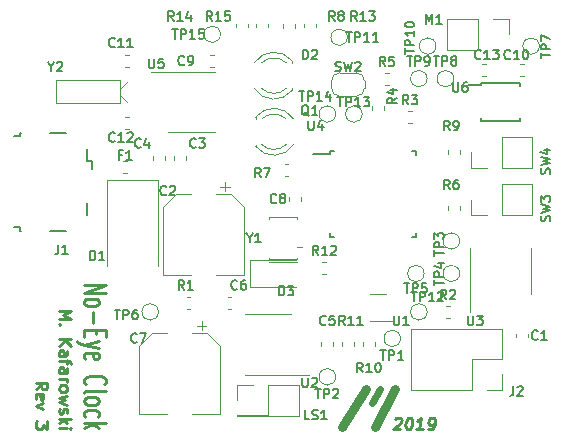
<source format=gbr>
G04 #@! TF.GenerationSoftware,KiCad,Pcbnew,(5.1.4-0-10_14)*
G04 #@! TF.CreationDate,2019-09-02T22:38:08-04:00*
G04 #@! TF.ProjectId,EFCv2,45464376-322e-46b6-9963-61645f706362,rev?*
G04 #@! TF.SameCoordinates,Original*
G04 #@! TF.FileFunction,Legend,Top*
G04 #@! TF.FilePolarity,Positive*
%FSLAX46Y46*%
G04 Gerber Fmt 4.6, Leading zero omitted, Abs format (unit mm)*
G04 Created by KiCad (PCBNEW (5.1.4-0-10_14)) date 2019-09-02 22:38:08*
%MOMM*%
%LPD*%
G04 APERTURE LIST*
%ADD10C,0.250000*%
%ADD11C,0.600000*%
%ADD12C,0.750000*%
%ADD13C,0.120000*%
%ADD14C,0.150000*%
%ADD15C,0.175000*%
G04 APERTURE END LIST*
D10*
X162722023Y-108797619D02*
X162775595Y-108750000D01*
X162876785Y-108702380D01*
X163114880Y-108702380D01*
X163204166Y-108750000D01*
X163245833Y-108797619D01*
X163281547Y-108892857D01*
X163269642Y-108988095D01*
X163204166Y-109130952D01*
X162561309Y-109702380D01*
X163180357Y-109702380D01*
X163924404Y-108702380D02*
X164019642Y-108702380D01*
X164108928Y-108750000D01*
X164150595Y-108797619D01*
X164186309Y-108892857D01*
X164210119Y-109083333D01*
X164180357Y-109321428D01*
X164108928Y-109511904D01*
X164049404Y-109607142D01*
X163995833Y-109654761D01*
X163894642Y-109702380D01*
X163799404Y-109702380D01*
X163710119Y-109654761D01*
X163668452Y-109607142D01*
X163632738Y-109511904D01*
X163608928Y-109321428D01*
X163638690Y-109083333D01*
X163710119Y-108892857D01*
X163769642Y-108797619D01*
X163823214Y-108750000D01*
X163924404Y-108702380D01*
X165085119Y-109702380D02*
X164513690Y-109702380D01*
X164799404Y-109702380D02*
X164924404Y-108702380D01*
X164811309Y-108845238D01*
X164704166Y-108940476D01*
X164602976Y-108988095D01*
X165561309Y-109702380D02*
X165751785Y-109702380D01*
X165852976Y-109654761D01*
X165906547Y-109607142D01*
X166019642Y-109464285D01*
X166091071Y-109273809D01*
X166138690Y-108892857D01*
X166102976Y-108797619D01*
X166061309Y-108750000D01*
X165972023Y-108702380D01*
X165781547Y-108702380D01*
X165680357Y-108750000D01*
X165626785Y-108797619D01*
X165567261Y-108892857D01*
X165537500Y-109130952D01*
X165573214Y-109226190D01*
X165614880Y-109273809D01*
X165704166Y-109321428D01*
X165894642Y-109321428D01*
X165995833Y-109273809D01*
X166049404Y-109226190D01*
X166108928Y-109130952D01*
X132297619Y-106313690D02*
X132773809Y-105980357D01*
X132297619Y-105742261D02*
X133297619Y-105742261D01*
X133297619Y-106123214D01*
X133250000Y-106218452D01*
X133202380Y-106266071D01*
X133107142Y-106313690D01*
X132964285Y-106313690D01*
X132869047Y-106266071D01*
X132821428Y-106218452D01*
X132773809Y-106123214D01*
X132773809Y-105742261D01*
X132345238Y-107123214D02*
X132297619Y-107027976D01*
X132297619Y-106837500D01*
X132345238Y-106742261D01*
X132440476Y-106694642D01*
X132821428Y-106694642D01*
X132916666Y-106742261D01*
X132964285Y-106837500D01*
X132964285Y-107027976D01*
X132916666Y-107123214D01*
X132821428Y-107170833D01*
X132726190Y-107170833D01*
X132630952Y-106694642D01*
X132964285Y-107504166D02*
X132297619Y-107742261D01*
X132964285Y-107980357D01*
X133297619Y-109027976D02*
X133297619Y-109647023D01*
X132916666Y-109313690D01*
X132916666Y-109456547D01*
X132869047Y-109551785D01*
X132821428Y-109599404D01*
X132726190Y-109647023D01*
X132488095Y-109647023D01*
X132392857Y-109599404D01*
X132345238Y-109551785D01*
X132297619Y-109456547D01*
X132297619Y-109170833D01*
X132345238Y-109075595D01*
X132392857Y-109027976D01*
X134297619Y-99647023D02*
X135297619Y-99647023D01*
X134583333Y-99980357D01*
X135297619Y-100313690D01*
X134297619Y-100313690D01*
X134392857Y-100789880D02*
X134345238Y-100837500D01*
X134297619Y-100789880D01*
X134345238Y-100742261D01*
X134392857Y-100789880D01*
X134297619Y-100789880D01*
X134297619Y-102027976D02*
X135297619Y-102027976D01*
X134297619Y-102599404D02*
X134869047Y-102170833D01*
X135297619Y-102599404D02*
X134726190Y-102027976D01*
X134297619Y-103456547D02*
X134821428Y-103456547D01*
X134916666Y-103408928D01*
X134964285Y-103313690D01*
X134964285Y-103123214D01*
X134916666Y-103027976D01*
X134345238Y-103456547D02*
X134297619Y-103361309D01*
X134297619Y-103123214D01*
X134345238Y-103027976D01*
X134440476Y-102980357D01*
X134535714Y-102980357D01*
X134630952Y-103027976D01*
X134678571Y-103123214D01*
X134678571Y-103361309D01*
X134726190Y-103456547D01*
X134964285Y-103789880D02*
X134964285Y-104170833D01*
X134297619Y-103932738D02*
X135154761Y-103932738D01*
X135250000Y-103980357D01*
X135297619Y-104075595D01*
X135297619Y-104170833D01*
X134297619Y-104932738D02*
X134821428Y-104932738D01*
X134916666Y-104885119D01*
X134964285Y-104789880D01*
X134964285Y-104599404D01*
X134916666Y-104504166D01*
X134345238Y-104932738D02*
X134297619Y-104837500D01*
X134297619Y-104599404D01*
X134345238Y-104504166D01*
X134440476Y-104456547D01*
X134535714Y-104456547D01*
X134630952Y-104504166D01*
X134678571Y-104599404D01*
X134678571Y-104837500D01*
X134726190Y-104932738D01*
X134297619Y-105408928D02*
X134964285Y-105408928D01*
X134773809Y-105408928D02*
X134869047Y-105456547D01*
X134916666Y-105504166D01*
X134964285Y-105599404D01*
X134964285Y-105694642D01*
X134297619Y-106170833D02*
X134345238Y-106075595D01*
X134392857Y-106027976D01*
X134488095Y-105980357D01*
X134773809Y-105980357D01*
X134869047Y-106027976D01*
X134916666Y-106075595D01*
X134964285Y-106170833D01*
X134964285Y-106313690D01*
X134916666Y-106408928D01*
X134869047Y-106456547D01*
X134773809Y-106504166D01*
X134488095Y-106504166D01*
X134392857Y-106456547D01*
X134345238Y-106408928D01*
X134297619Y-106313690D01*
X134297619Y-106170833D01*
X134964285Y-106837500D02*
X134297619Y-107027976D01*
X134773809Y-107218452D01*
X134297619Y-107408928D01*
X134964285Y-107599404D01*
X134345238Y-107932738D02*
X134297619Y-108027976D01*
X134297619Y-108218452D01*
X134345238Y-108313690D01*
X134440476Y-108361309D01*
X134488095Y-108361309D01*
X134583333Y-108313690D01*
X134630952Y-108218452D01*
X134630952Y-108075595D01*
X134678571Y-107980357D01*
X134773809Y-107932738D01*
X134821428Y-107932738D01*
X134916666Y-107980357D01*
X134964285Y-108075595D01*
X134964285Y-108218452D01*
X134916666Y-108313690D01*
X134297619Y-108789880D02*
X135297619Y-108789880D01*
X134678571Y-108885119D02*
X134297619Y-109170833D01*
X134964285Y-109170833D02*
X134583333Y-108789880D01*
X134297619Y-109599404D02*
X134964285Y-109599404D01*
X135297619Y-109599404D02*
X135250000Y-109551785D01*
X135202380Y-109599404D01*
X135250000Y-109647023D01*
X135297619Y-109599404D01*
X135202380Y-109599404D01*
X136435714Y-97437500D02*
X138235714Y-97437500D01*
X136435714Y-98123214D01*
X138235714Y-98123214D01*
X136435714Y-98866071D02*
X136521428Y-98751785D01*
X136607142Y-98694642D01*
X136778571Y-98637500D01*
X137292857Y-98637500D01*
X137464285Y-98694642D01*
X137550000Y-98751785D01*
X137635714Y-98866071D01*
X137635714Y-99037500D01*
X137550000Y-99151785D01*
X137464285Y-99208928D01*
X137292857Y-99266071D01*
X136778571Y-99266071D01*
X136607142Y-99208928D01*
X136521428Y-99151785D01*
X136435714Y-99037500D01*
X136435714Y-98866071D01*
X137121428Y-99780357D02*
X137121428Y-100694642D01*
X137378571Y-101266071D02*
X137378571Y-101666071D01*
X136435714Y-101837500D02*
X136435714Y-101266071D01*
X138235714Y-101266071D01*
X138235714Y-101837500D01*
X137635714Y-102237500D02*
X136435714Y-102523214D01*
X137635714Y-102808928D02*
X136435714Y-102523214D01*
X136007142Y-102408928D01*
X135921428Y-102351785D01*
X135835714Y-102237500D01*
X136521428Y-103723214D02*
X136435714Y-103608928D01*
X136435714Y-103380357D01*
X136521428Y-103266071D01*
X136692857Y-103208928D01*
X137378571Y-103208928D01*
X137550000Y-103266071D01*
X137635714Y-103380357D01*
X137635714Y-103608928D01*
X137550000Y-103723214D01*
X137378571Y-103780357D01*
X137207142Y-103780357D01*
X137035714Y-103208928D01*
X136607142Y-105894642D02*
X136521428Y-105837500D01*
X136435714Y-105666071D01*
X136435714Y-105551785D01*
X136521428Y-105380357D01*
X136692857Y-105266071D01*
X136864285Y-105208928D01*
X137207142Y-105151785D01*
X137464285Y-105151785D01*
X137807142Y-105208928D01*
X137978571Y-105266071D01*
X138150000Y-105380357D01*
X138235714Y-105551785D01*
X138235714Y-105666071D01*
X138150000Y-105837500D01*
X138064285Y-105894642D01*
X136435714Y-106580357D02*
X136521428Y-106466071D01*
X136692857Y-106408928D01*
X138235714Y-106408928D01*
X136435714Y-107208928D02*
X136521428Y-107094642D01*
X136607142Y-107037500D01*
X136778571Y-106980357D01*
X137292857Y-106980357D01*
X137464285Y-107037500D01*
X137550000Y-107094642D01*
X137635714Y-107208928D01*
X137635714Y-107380357D01*
X137550000Y-107494642D01*
X137464285Y-107551785D01*
X137292857Y-107608928D01*
X136778571Y-107608928D01*
X136607142Y-107551785D01*
X136521428Y-107494642D01*
X136435714Y-107380357D01*
X136435714Y-107208928D01*
X136521428Y-108637500D02*
X136435714Y-108523214D01*
X136435714Y-108294642D01*
X136521428Y-108180357D01*
X136607142Y-108123214D01*
X136778571Y-108066071D01*
X137292857Y-108066071D01*
X137464285Y-108123214D01*
X137550000Y-108180357D01*
X137635714Y-108294642D01*
X137635714Y-108523214D01*
X137550000Y-108637500D01*
X136435714Y-109151785D02*
X138235714Y-109151785D01*
X137121428Y-109266071D02*
X136435714Y-109608928D01*
X137635714Y-109608928D02*
X136950000Y-109151785D01*
D11*
X161500000Y-106250000D02*
X160750000Y-107500000D01*
D12*
X162750000Y-106250000D02*
X161000000Y-109500000D01*
X160250000Y-106250000D02*
X158250000Y-109500000D01*
D13*
X154260000Y-75700280D02*
X154260000Y-75374722D01*
X153240000Y-75700280D02*
X153240000Y-75374722D01*
X147950000Y-76250000D02*
G75*
G03X147950000Y-76250000I-700000J0D01*
G01*
X150990000Y-75337221D02*
X150990000Y-75662779D01*
X152010000Y-75337221D02*
X152010000Y-75662779D01*
X150260000Y-75662779D02*
X150260000Y-75337221D01*
X149240000Y-75662779D02*
X149240000Y-75337221D01*
X156010000Y-75662779D02*
X156010000Y-75337221D01*
X154990000Y-75662779D02*
X154990000Y-75337221D01*
X173337221Y-79760000D02*
X173662779Y-79760000D01*
X173337221Y-78740000D02*
X173662779Y-78740000D01*
D14*
X170025000Y-80550000D02*
X168950000Y-80550000D01*
X170025000Y-83625000D02*
X173275000Y-83625000D01*
X170025000Y-80375000D02*
X173275000Y-80375000D01*
X170025000Y-83625000D02*
X170025000Y-83350000D01*
X173275000Y-83625000D02*
X173275000Y-83350000D01*
X173275000Y-80375000D02*
X173275000Y-80650000D01*
X170025000Y-80375000D02*
X170025000Y-80550000D01*
D13*
X169095000Y-96275000D02*
X169095000Y-99725000D01*
X169095000Y-96275000D02*
X169095000Y-94325000D01*
X174215000Y-96275000D02*
X174215000Y-98225000D01*
X174215000Y-96275000D02*
X174215000Y-94325000D01*
X151438870Y-78670163D02*
G75*
G02X153520961Y-78670000I1041130J-1079837D01*
G01*
X151438870Y-80829837D02*
G75*
G03X153520961Y-80830000I1041130J1079837D01*
G01*
X150807665Y-78671392D02*
G75*
G02X154040000Y-78514484I1672335J-1078608D01*
G01*
X150807665Y-80828608D02*
G75*
G03X154040000Y-80985516I1672335J1078608D01*
G01*
X154040000Y-78670000D02*
X154040000Y-78514000D01*
X154040000Y-80986000D02*
X154040000Y-80830000D01*
X158700000Y-76500000D02*
G75*
G03X158700000Y-76500000I-700000J0D01*
G01*
X156587221Y-96510000D02*
X156912779Y-96510000D01*
X156587221Y-95490000D02*
X156912779Y-95490000D01*
X159260000Y-102662779D02*
X159260000Y-102337221D01*
X158240000Y-102662779D02*
X158240000Y-102337221D01*
X159990000Y-102337221D02*
X159990000Y-102662779D01*
X161010000Y-102337221D02*
X161010000Y-102662779D01*
X167240000Y-86049721D02*
X167240000Y-86375279D01*
X168260000Y-86049721D02*
X168260000Y-86375279D01*
X153700279Y-87240000D02*
X153374721Y-87240000D01*
X153700279Y-88260000D02*
X153374721Y-88260000D01*
X168260000Y-91125279D02*
X168260000Y-90799721D01*
X167240000Y-91125279D02*
X167240000Y-90799721D01*
X161874721Y-80510000D02*
X162200279Y-80510000D01*
X161874721Y-79490000D02*
X162200279Y-79490000D01*
X161760000Y-82662779D02*
X161760000Y-82337221D01*
X160740000Y-82662779D02*
X160740000Y-82337221D01*
X163837221Y-83760000D02*
X164162779Y-83760000D01*
X163837221Y-82740000D02*
X164162779Y-82740000D01*
X167049721Y-100260000D02*
X167375279Y-100260000D01*
X167049721Y-99240000D02*
X167375279Y-99240000D01*
X145412779Y-98490000D02*
X145087221Y-98490000D01*
X145412779Y-99510000D02*
X145087221Y-99510000D01*
X170124721Y-79760000D02*
X170450279Y-79760000D01*
X170124721Y-78740000D02*
X170450279Y-78740000D01*
X139874721Y-84260000D02*
X140200279Y-84260000D01*
X139874721Y-83240000D02*
X140200279Y-83240000D01*
X139874721Y-79010000D02*
X140200279Y-79010000D01*
X139874721Y-77990000D02*
X140200279Y-77990000D01*
X147087221Y-79010000D02*
X147412779Y-79010000D01*
X147087221Y-77990000D02*
X147412779Y-77990000D01*
X154760000Y-90350279D02*
X154760000Y-90024721D01*
X153740000Y-90350279D02*
X153740000Y-90024721D01*
X148875279Y-98490000D02*
X148549721Y-98490000D01*
X148875279Y-99510000D02*
X148549721Y-99510000D01*
X156490000Y-102299721D02*
X156490000Y-102625279D01*
X157510000Y-102299721D02*
X157510000Y-102625279D01*
X143260000Y-86912779D02*
X143260000Y-86587221D01*
X142240000Y-86912779D02*
X142240000Y-86587221D01*
X145010000Y-86875279D02*
X145010000Y-86549721D01*
X143990000Y-86875279D02*
X143990000Y-86549721D01*
X172990000Y-101587221D02*
X172990000Y-101912779D01*
X174010000Y-101587221D02*
X174010000Y-101912779D01*
X150465000Y-97635000D02*
X154350000Y-97635000D01*
X150465000Y-95365000D02*
X150465000Y-97635000D01*
X154350000Y-95365000D02*
X150465000Y-95365000D01*
X140050000Y-81950000D02*
X140050000Y-81950000D01*
X139450000Y-81350000D02*
X140050000Y-81950000D01*
X140050000Y-80250000D02*
X140050000Y-80250000D01*
X139450000Y-80850000D02*
X140050000Y-80250000D01*
X139450000Y-82050000D02*
X139450000Y-80150000D01*
X134050000Y-82050000D02*
X139450000Y-82050000D01*
X134050000Y-80150000D02*
X134050000Y-82050000D01*
X139450000Y-80150000D02*
X134050000Y-80150000D01*
X152050000Y-91700000D02*
X152050000Y-91850000D01*
X154450000Y-91700000D02*
X154450000Y-91850000D01*
X154450000Y-94250000D02*
X154450000Y-94300000D01*
X154450000Y-95300000D02*
X154450000Y-95150000D01*
X152050000Y-95300000D02*
X152050000Y-95150000D01*
X154050000Y-95500000D02*
X154450000Y-95500000D01*
X154050000Y-95300000D02*
X154450000Y-95300000D01*
X154050000Y-91700000D02*
X154450000Y-91700000D01*
X152050000Y-95500000D02*
X154050000Y-95500000D01*
X154450000Y-94250000D02*
X154850000Y-94250000D01*
X154050000Y-95300000D02*
X152050000Y-95300000D01*
X152050000Y-91700000D02*
X154050000Y-91700000D01*
X145500000Y-79440000D02*
X142050000Y-79440000D01*
X145500000Y-79440000D02*
X147450000Y-79440000D01*
X145500000Y-84560000D02*
X143550000Y-84560000D01*
X145500000Y-84560000D02*
X147450000Y-84560000D01*
D14*
X157231000Y-86394000D02*
X155806000Y-86394000D01*
X164481000Y-86169000D02*
X164156000Y-86169000D01*
X164481000Y-93419000D02*
X164156000Y-93419000D01*
X157231000Y-93419000D02*
X157556000Y-93419000D01*
X157231000Y-86169000D02*
X157556000Y-86169000D01*
X157231000Y-93419000D02*
X157231000Y-93094000D01*
X164481000Y-93419000D02*
X164481000Y-93094000D01*
X164481000Y-86169000D02*
X164481000Y-86494000D01*
X157231000Y-86169000D02*
X157231000Y-86394000D01*
D13*
X152000000Y-105060000D02*
X155450000Y-105060000D01*
X152000000Y-105060000D02*
X150050000Y-105060000D01*
X152000000Y-99940000D02*
X153950000Y-99940000D01*
X152000000Y-99940000D02*
X150050000Y-99940000D01*
X162000000Y-98240000D02*
X160600000Y-98240000D01*
X160600000Y-100560000D02*
X162500000Y-100560000D01*
X157700000Y-83000000D02*
G75*
G03X157700000Y-83000000I-700000J0D01*
G01*
X159950000Y-83000000D02*
G75*
G03X159950000Y-83000000I-700000J0D01*
G01*
X165450000Y-99750000D02*
G75*
G03X165450000Y-99750000I-700000J0D01*
G01*
X166200000Y-77250000D02*
G75*
G03X166200000Y-77250000I-700000J0D01*
G01*
X165450000Y-80000000D02*
G75*
G03X165450000Y-80000000I-700000J0D01*
G01*
X167700000Y-80000000D02*
G75*
G03X167700000Y-80000000I-700000J0D01*
G01*
X174950000Y-77250000D02*
G75*
G03X174950000Y-77250000I-700000J0D01*
G01*
X142700000Y-99750000D02*
G75*
G03X142700000Y-99750000I-700000J0D01*
G01*
X165200000Y-96500000D02*
G75*
G03X165200000Y-96500000I-700000J0D01*
G01*
X168200000Y-96500000D02*
G75*
G03X168200000Y-96500000I-700000J0D01*
G01*
X168200000Y-93750000D02*
G75*
G03X168200000Y-93750000I-700000J0D01*
G01*
X157700000Y-105250000D02*
G75*
G03X157700000Y-105250000I-700000J0D01*
G01*
X163200000Y-102000000D02*
G75*
G03X163200000Y-102000000I-700000J0D01*
G01*
X169170000Y-87580000D02*
X169170000Y-86250000D01*
X170500000Y-87580000D02*
X169170000Y-87580000D01*
X171770000Y-87580000D02*
X171770000Y-84920000D01*
X171770000Y-84920000D02*
X174370000Y-84920000D01*
X171770000Y-87580000D02*
X174370000Y-87580000D01*
X174370000Y-87580000D02*
X174370000Y-84920000D01*
X169170000Y-91580000D02*
X169170000Y-90250000D01*
X170500000Y-91580000D02*
X169170000Y-91580000D01*
X171770000Y-91580000D02*
X171770000Y-88920000D01*
X171770000Y-88920000D02*
X174370000Y-88920000D01*
X171770000Y-91580000D02*
X174370000Y-91580000D01*
X174370000Y-91580000D02*
X174370000Y-88920000D01*
X159450000Y-81500000D02*
X158050000Y-81500000D01*
X157350000Y-80800000D02*
X157350000Y-80200000D01*
X158050000Y-79500000D02*
X159450000Y-79500000D01*
X160150000Y-80200000D02*
X160150000Y-80800000D01*
X160150000Y-80800000D02*
G75*
G02X159450000Y-81500000I-700000J0D01*
G01*
X159450000Y-79500000D02*
G75*
G02X160150000Y-80200000I0J-700000D01*
G01*
X157350000Y-80200000D02*
G75*
G02X158050000Y-79500000I700000J0D01*
G01*
X158050000Y-81500000D02*
G75*
G02X157350000Y-80800000I0J700000D01*
G01*
X172370000Y-74920000D02*
X172370000Y-76250000D01*
X171040000Y-74920000D02*
X172370000Y-74920000D01*
X169770000Y-74920000D02*
X169770000Y-77580000D01*
X169770000Y-77580000D02*
X167170000Y-77580000D01*
X169770000Y-74920000D02*
X167170000Y-74920000D01*
X167170000Y-74920000D02*
X167170000Y-77580000D01*
X149380000Y-105920000D02*
X150710000Y-105920000D01*
X149380000Y-107250000D02*
X149380000Y-105920000D01*
X151980000Y-105920000D02*
X154580000Y-105920000D01*
X151980000Y-108520000D02*
X151980000Y-105920000D01*
X149380000Y-108520000D02*
X151980000Y-108520000D01*
X154580000Y-105920000D02*
X154580000Y-108580000D01*
X149380000Y-108520000D02*
X149380000Y-108580000D01*
X149380000Y-108580000D02*
X154580000Y-108580000D01*
X171830000Y-105040000D02*
X171830000Y-106370000D01*
X171830000Y-106370000D02*
X170500000Y-106370000D01*
X171830000Y-103770000D02*
X169230000Y-103770000D01*
X169230000Y-103770000D02*
X169230000Y-106370000D01*
X169230000Y-106370000D02*
X164090000Y-106370000D01*
X164090000Y-101170000D02*
X164090000Y-106370000D01*
X171830000Y-101170000D02*
X164090000Y-101170000D01*
X171830000Y-101170000D02*
X171830000Y-103770000D01*
D14*
X136650000Y-90550000D02*
X136650000Y-91550000D01*
X136650000Y-86950000D02*
X136650000Y-85950000D01*
X137075000Y-86950000D02*
X136650000Y-86950000D01*
X137075000Y-87675000D02*
X137075000Y-86950000D01*
X133500000Y-92900000D02*
X134900000Y-92900000D01*
X130950000Y-92900000D02*
X131100000Y-92900000D01*
X130950000Y-92600000D02*
X130950000Y-92900000D01*
X130500000Y-92600000D02*
X130950000Y-92600000D01*
X130950000Y-84900000D02*
X130500000Y-84900000D01*
X130950000Y-84600000D02*
X130950000Y-84900000D01*
X131100000Y-84600000D02*
X130950000Y-84600000D01*
X134900000Y-84600000D02*
X133500000Y-84600000D01*
D13*
X140046267Y-86990000D02*
X139703733Y-86990000D01*
X140046267Y-88010000D02*
X139703733Y-88010000D01*
X153521130Y-85579837D02*
G75*
G02X151439039Y-85580000I-1041130J1079837D01*
G01*
X153521130Y-83420163D02*
G75*
G03X151439039Y-83420000I-1041130J-1079837D01*
G01*
X154152335Y-85578608D02*
G75*
G02X150920000Y-85735516I-1672335J1078608D01*
G01*
X154152335Y-83421392D02*
G75*
G03X150920000Y-83264484I-1672335J-1078608D01*
G01*
X150920000Y-85580000D02*
X150920000Y-85736000D01*
X150920000Y-83264000D02*
X150920000Y-83420000D01*
X142650000Y-88600000D02*
X142650000Y-95900000D01*
X138350000Y-88600000D02*
X138350000Y-95900000D01*
X142650000Y-88600000D02*
X138350000Y-88600000D01*
X146741250Y-100906250D02*
X145953750Y-100906250D01*
X146347500Y-100512500D02*
X146347500Y-101300000D01*
X142154437Y-101540000D02*
X141090000Y-102604437D01*
X146845563Y-101540000D02*
X147910000Y-102604437D01*
X146845563Y-101540000D02*
X145560000Y-101540000D01*
X142154437Y-101540000D02*
X143440000Y-101540000D01*
X141090000Y-102604437D02*
X141090000Y-108360000D01*
X147910000Y-102604437D02*
X147910000Y-108360000D01*
X147910000Y-108360000D02*
X145560000Y-108360000D01*
X141090000Y-108360000D02*
X143440000Y-108360000D01*
X148741250Y-89156250D02*
X147953750Y-89156250D01*
X148347500Y-88762500D02*
X148347500Y-89550000D01*
X144154437Y-89790000D02*
X143090000Y-90854437D01*
X148845563Y-89790000D02*
X149910000Y-90854437D01*
X148845563Y-89790000D02*
X147560000Y-89790000D01*
X144154437Y-89790000D02*
X145440000Y-89790000D01*
X143090000Y-90854437D02*
X143090000Y-96610000D01*
X149910000Y-90854437D02*
X149910000Y-96610000D01*
X149910000Y-96610000D02*
X147560000Y-96610000D01*
X143090000Y-96610000D02*
X145440000Y-96610000D01*
D15*
X157616666Y-75111904D02*
X157350000Y-74730952D01*
X157159523Y-75111904D02*
X157159523Y-74311904D01*
X157464285Y-74311904D01*
X157540476Y-74350000D01*
X157578571Y-74388095D01*
X157616666Y-74464285D01*
X157616666Y-74578571D01*
X157578571Y-74654761D01*
X157540476Y-74692857D01*
X157464285Y-74730952D01*
X157159523Y-74730952D01*
X158073809Y-74654761D02*
X157997619Y-74616666D01*
X157959523Y-74578571D01*
X157921428Y-74502380D01*
X157921428Y-74464285D01*
X157959523Y-74388095D01*
X157997619Y-74350000D01*
X158073809Y-74311904D01*
X158226190Y-74311904D01*
X158302380Y-74350000D01*
X158340476Y-74388095D01*
X158378571Y-74464285D01*
X158378571Y-74502380D01*
X158340476Y-74578571D01*
X158302380Y-74616666D01*
X158226190Y-74654761D01*
X158073809Y-74654761D01*
X157997619Y-74692857D01*
X157959523Y-74730952D01*
X157921428Y-74807142D01*
X157921428Y-74959523D01*
X157959523Y-75035714D01*
X157997619Y-75073809D01*
X158073809Y-75111904D01*
X158226190Y-75111904D01*
X158302380Y-75073809D01*
X158340476Y-75035714D01*
X158378571Y-74959523D01*
X158378571Y-74807142D01*
X158340476Y-74730952D01*
X158302380Y-74692857D01*
X158226190Y-74654761D01*
X143859523Y-75811904D02*
X144316666Y-75811904D01*
X144088095Y-76611904D02*
X144088095Y-75811904D01*
X144583333Y-76611904D02*
X144583333Y-75811904D01*
X144888095Y-75811904D01*
X144964285Y-75850000D01*
X145002380Y-75888095D01*
X145040476Y-75964285D01*
X145040476Y-76078571D01*
X145002380Y-76154761D01*
X144964285Y-76192857D01*
X144888095Y-76230952D01*
X144583333Y-76230952D01*
X145802380Y-76611904D02*
X145345238Y-76611904D01*
X145573809Y-76611904D02*
X145573809Y-75811904D01*
X145497619Y-75926190D01*
X145421428Y-76002380D01*
X145345238Y-76040476D01*
X146526190Y-75811904D02*
X146145238Y-75811904D01*
X146107142Y-76192857D01*
X146145238Y-76154761D01*
X146221428Y-76116666D01*
X146411904Y-76116666D01*
X146488095Y-76154761D01*
X146526190Y-76192857D01*
X146564285Y-76269047D01*
X146564285Y-76459523D01*
X146526190Y-76535714D01*
X146488095Y-76573809D01*
X146411904Y-76611904D01*
X146221428Y-76611904D01*
X146145238Y-76573809D01*
X146107142Y-76535714D01*
X147235714Y-75111904D02*
X146969047Y-74730952D01*
X146778571Y-75111904D02*
X146778571Y-74311904D01*
X147083333Y-74311904D01*
X147159523Y-74350000D01*
X147197619Y-74388095D01*
X147235714Y-74464285D01*
X147235714Y-74578571D01*
X147197619Y-74654761D01*
X147159523Y-74692857D01*
X147083333Y-74730952D01*
X146778571Y-74730952D01*
X147997619Y-75111904D02*
X147540476Y-75111904D01*
X147769047Y-75111904D02*
X147769047Y-74311904D01*
X147692857Y-74426190D01*
X147616666Y-74502380D01*
X147540476Y-74540476D01*
X148721428Y-74311904D02*
X148340476Y-74311904D01*
X148302380Y-74692857D01*
X148340476Y-74654761D01*
X148416666Y-74616666D01*
X148607142Y-74616666D01*
X148683333Y-74654761D01*
X148721428Y-74692857D01*
X148759523Y-74769047D01*
X148759523Y-74959523D01*
X148721428Y-75035714D01*
X148683333Y-75073809D01*
X148607142Y-75111904D01*
X148416666Y-75111904D01*
X148340476Y-75073809D01*
X148302380Y-75035714D01*
X143985714Y-75111904D02*
X143719047Y-74730952D01*
X143528571Y-75111904D02*
X143528571Y-74311904D01*
X143833333Y-74311904D01*
X143909523Y-74350000D01*
X143947619Y-74388095D01*
X143985714Y-74464285D01*
X143985714Y-74578571D01*
X143947619Y-74654761D01*
X143909523Y-74692857D01*
X143833333Y-74730952D01*
X143528571Y-74730952D01*
X144747619Y-75111904D02*
X144290476Y-75111904D01*
X144519047Y-75111904D02*
X144519047Y-74311904D01*
X144442857Y-74426190D01*
X144366666Y-74502380D01*
X144290476Y-74540476D01*
X145433333Y-74578571D02*
X145433333Y-75111904D01*
X145242857Y-74273809D02*
X145052380Y-74845238D01*
X145547619Y-74845238D01*
X159485714Y-75111904D02*
X159219047Y-74730952D01*
X159028571Y-75111904D02*
X159028571Y-74311904D01*
X159333333Y-74311904D01*
X159409523Y-74350000D01*
X159447619Y-74388095D01*
X159485714Y-74464285D01*
X159485714Y-74578571D01*
X159447619Y-74654761D01*
X159409523Y-74692857D01*
X159333333Y-74730952D01*
X159028571Y-74730952D01*
X160247619Y-75111904D02*
X159790476Y-75111904D01*
X160019047Y-75111904D02*
X160019047Y-74311904D01*
X159942857Y-74426190D01*
X159866666Y-74502380D01*
X159790476Y-74540476D01*
X160514285Y-74311904D02*
X161009523Y-74311904D01*
X160742857Y-74616666D01*
X160857142Y-74616666D01*
X160933333Y-74654761D01*
X160971428Y-74692857D01*
X161009523Y-74769047D01*
X161009523Y-74959523D01*
X160971428Y-75035714D01*
X160933333Y-75073809D01*
X160857142Y-75111904D01*
X160628571Y-75111904D01*
X160552380Y-75073809D01*
X160514285Y-75035714D01*
X172485714Y-78285714D02*
X172447619Y-78323809D01*
X172333333Y-78361904D01*
X172257142Y-78361904D01*
X172142857Y-78323809D01*
X172066666Y-78247619D01*
X172028571Y-78171428D01*
X171990476Y-78019047D01*
X171990476Y-77904761D01*
X172028571Y-77752380D01*
X172066666Y-77676190D01*
X172142857Y-77600000D01*
X172257142Y-77561904D01*
X172333333Y-77561904D01*
X172447619Y-77600000D01*
X172485714Y-77638095D01*
X173247619Y-78361904D02*
X172790476Y-78361904D01*
X173019047Y-78361904D02*
X173019047Y-77561904D01*
X172942857Y-77676190D01*
X172866666Y-77752380D01*
X172790476Y-77790476D01*
X173742857Y-77561904D02*
X173819047Y-77561904D01*
X173895238Y-77600000D01*
X173933333Y-77638095D01*
X173971428Y-77714285D01*
X174009523Y-77866666D01*
X174009523Y-78057142D01*
X173971428Y-78209523D01*
X173933333Y-78285714D01*
X173895238Y-78323809D01*
X173819047Y-78361904D01*
X173742857Y-78361904D01*
X173666666Y-78323809D01*
X173628571Y-78285714D01*
X173590476Y-78209523D01*
X173552380Y-78057142D01*
X173552380Y-77866666D01*
X173590476Y-77714285D01*
X173628571Y-77638095D01*
X173666666Y-77600000D01*
X173742857Y-77561904D01*
X167640476Y-80311904D02*
X167640476Y-80959523D01*
X167678571Y-81035714D01*
X167716666Y-81073809D01*
X167792857Y-81111904D01*
X167945238Y-81111904D01*
X168021428Y-81073809D01*
X168059523Y-81035714D01*
X168097619Y-80959523D01*
X168097619Y-80311904D01*
X168821428Y-80311904D02*
X168669047Y-80311904D01*
X168592857Y-80350000D01*
X168554761Y-80388095D01*
X168478571Y-80502380D01*
X168440476Y-80654761D01*
X168440476Y-80959523D01*
X168478571Y-81035714D01*
X168516666Y-81073809D01*
X168592857Y-81111904D01*
X168745238Y-81111904D01*
X168821428Y-81073809D01*
X168859523Y-81035714D01*
X168897619Y-80959523D01*
X168897619Y-80769047D01*
X168859523Y-80692857D01*
X168821428Y-80654761D01*
X168745238Y-80616666D01*
X168592857Y-80616666D01*
X168516666Y-80654761D01*
X168478571Y-80692857D01*
X168440476Y-80769047D01*
X168890476Y-100061904D02*
X168890476Y-100709523D01*
X168928571Y-100785714D01*
X168966666Y-100823809D01*
X169042857Y-100861904D01*
X169195238Y-100861904D01*
X169271428Y-100823809D01*
X169309523Y-100785714D01*
X169347619Y-100709523D01*
X169347619Y-100061904D01*
X169652380Y-100061904D02*
X170147619Y-100061904D01*
X169880952Y-100366666D01*
X169995238Y-100366666D01*
X170071428Y-100404761D01*
X170109523Y-100442857D01*
X170147619Y-100519047D01*
X170147619Y-100709523D01*
X170109523Y-100785714D01*
X170071428Y-100823809D01*
X169995238Y-100861904D01*
X169766666Y-100861904D01*
X169690476Y-100823809D01*
X169652380Y-100785714D01*
X155423809Y-83148095D02*
X155347619Y-83110000D01*
X155271428Y-83033809D01*
X155157142Y-82919523D01*
X155080952Y-82881428D01*
X155004761Y-82881428D01*
X155042857Y-83071904D02*
X154966666Y-83033809D01*
X154890476Y-82957619D01*
X154852380Y-82805238D01*
X154852380Y-82538571D01*
X154890476Y-82386190D01*
X154966666Y-82310000D01*
X155042857Y-82271904D01*
X155195238Y-82271904D01*
X155271428Y-82310000D01*
X155347619Y-82386190D01*
X155385714Y-82538571D01*
X155385714Y-82805238D01*
X155347619Y-82957619D01*
X155271428Y-83033809D01*
X155195238Y-83071904D01*
X155042857Y-83071904D01*
X156147619Y-83071904D02*
X155690476Y-83071904D01*
X155919047Y-83071904D02*
X155919047Y-82271904D01*
X155842857Y-82386190D01*
X155766666Y-82462380D01*
X155690476Y-82500476D01*
X158609523Y-76061904D02*
X159066666Y-76061904D01*
X158838095Y-76861904D02*
X158838095Y-76061904D01*
X159333333Y-76861904D02*
X159333333Y-76061904D01*
X159638095Y-76061904D01*
X159714285Y-76100000D01*
X159752380Y-76138095D01*
X159790476Y-76214285D01*
X159790476Y-76328571D01*
X159752380Y-76404761D01*
X159714285Y-76442857D01*
X159638095Y-76480952D01*
X159333333Y-76480952D01*
X160552380Y-76861904D02*
X160095238Y-76861904D01*
X160323809Y-76861904D02*
X160323809Y-76061904D01*
X160247619Y-76176190D01*
X160171428Y-76252380D01*
X160095238Y-76290476D01*
X161314285Y-76861904D02*
X160857142Y-76861904D01*
X161085714Y-76861904D02*
X161085714Y-76061904D01*
X161009523Y-76176190D01*
X160933333Y-76252380D01*
X160857142Y-76290476D01*
X156235714Y-94931904D02*
X155969047Y-94550952D01*
X155778571Y-94931904D02*
X155778571Y-94131904D01*
X156083333Y-94131904D01*
X156159523Y-94170000D01*
X156197619Y-94208095D01*
X156235714Y-94284285D01*
X156235714Y-94398571D01*
X156197619Y-94474761D01*
X156159523Y-94512857D01*
X156083333Y-94550952D01*
X155778571Y-94550952D01*
X156997619Y-94931904D02*
X156540476Y-94931904D01*
X156769047Y-94931904D02*
X156769047Y-94131904D01*
X156692857Y-94246190D01*
X156616666Y-94322380D01*
X156540476Y-94360476D01*
X157302380Y-94208095D02*
X157340476Y-94170000D01*
X157416666Y-94131904D01*
X157607142Y-94131904D01*
X157683333Y-94170000D01*
X157721428Y-94208095D01*
X157759523Y-94284285D01*
X157759523Y-94360476D01*
X157721428Y-94474761D01*
X157264285Y-94931904D01*
X157759523Y-94931904D01*
X158485714Y-100861904D02*
X158219047Y-100480952D01*
X158028571Y-100861904D02*
X158028571Y-100061904D01*
X158333333Y-100061904D01*
X158409523Y-100100000D01*
X158447619Y-100138095D01*
X158485714Y-100214285D01*
X158485714Y-100328571D01*
X158447619Y-100404761D01*
X158409523Y-100442857D01*
X158333333Y-100480952D01*
X158028571Y-100480952D01*
X159247619Y-100861904D02*
X158790476Y-100861904D01*
X159019047Y-100861904D02*
X159019047Y-100061904D01*
X158942857Y-100176190D01*
X158866666Y-100252380D01*
X158790476Y-100290476D01*
X160009523Y-100861904D02*
X159552380Y-100861904D01*
X159780952Y-100861904D02*
X159780952Y-100061904D01*
X159704761Y-100176190D01*
X159628571Y-100252380D01*
X159552380Y-100290476D01*
X159985714Y-104861904D02*
X159719047Y-104480952D01*
X159528571Y-104861904D02*
X159528571Y-104061904D01*
X159833333Y-104061904D01*
X159909523Y-104100000D01*
X159947619Y-104138095D01*
X159985714Y-104214285D01*
X159985714Y-104328571D01*
X159947619Y-104404761D01*
X159909523Y-104442857D01*
X159833333Y-104480952D01*
X159528571Y-104480952D01*
X160747619Y-104861904D02*
X160290476Y-104861904D01*
X160519047Y-104861904D02*
X160519047Y-104061904D01*
X160442857Y-104176190D01*
X160366666Y-104252380D01*
X160290476Y-104290476D01*
X161242857Y-104061904D02*
X161319047Y-104061904D01*
X161395238Y-104100000D01*
X161433333Y-104138095D01*
X161471428Y-104214285D01*
X161509523Y-104366666D01*
X161509523Y-104557142D01*
X161471428Y-104709523D01*
X161433333Y-104785714D01*
X161395238Y-104823809D01*
X161319047Y-104861904D01*
X161242857Y-104861904D01*
X161166666Y-104823809D01*
X161128571Y-104785714D01*
X161090476Y-104709523D01*
X161052380Y-104557142D01*
X161052380Y-104366666D01*
X161090476Y-104214285D01*
X161128571Y-104138095D01*
X161166666Y-104100000D01*
X161242857Y-104061904D01*
X167366666Y-84361904D02*
X167100000Y-83980952D01*
X166909523Y-84361904D02*
X166909523Y-83561904D01*
X167214285Y-83561904D01*
X167290476Y-83600000D01*
X167328571Y-83638095D01*
X167366666Y-83714285D01*
X167366666Y-83828571D01*
X167328571Y-83904761D01*
X167290476Y-83942857D01*
X167214285Y-83980952D01*
X166909523Y-83980952D01*
X167747619Y-84361904D02*
X167900000Y-84361904D01*
X167976190Y-84323809D01*
X168014285Y-84285714D01*
X168090476Y-84171428D01*
X168128571Y-84019047D01*
X168128571Y-83714285D01*
X168090476Y-83638095D01*
X168052380Y-83600000D01*
X167976190Y-83561904D01*
X167823809Y-83561904D01*
X167747619Y-83600000D01*
X167709523Y-83638095D01*
X167671428Y-83714285D01*
X167671428Y-83904761D01*
X167709523Y-83980952D01*
X167747619Y-84019047D01*
X167823809Y-84057142D01*
X167976190Y-84057142D01*
X168052380Y-84019047D01*
X168090476Y-83980952D01*
X168128571Y-83904761D01*
X151366666Y-88361904D02*
X151100000Y-87980952D01*
X150909523Y-88361904D02*
X150909523Y-87561904D01*
X151214285Y-87561904D01*
X151290476Y-87600000D01*
X151328571Y-87638095D01*
X151366666Y-87714285D01*
X151366666Y-87828571D01*
X151328571Y-87904761D01*
X151290476Y-87942857D01*
X151214285Y-87980952D01*
X150909523Y-87980952D01*
X151633333Y-87561904D02*
X152166666Y-87561904D01*
X151823809Y-88361904D01*
X167366666Y-89361904D02*
X167100000Y-88980952D01*
X166909523Y-89361904D02*
X166909523Y-88561904D01*
X167214285Y-88561904D01*
X167290476Y-88600000D01*
X167328571Y-88638095D01*
X167366666Y-88714285D01*
X167366666Y-88828571D01*
X167328571Y-88904761D01*
X167290476Y-88942857D01*
X167214285Y-88980952D01*
X166909523Y-88980952D01*
X168052380Y-88561904D02*
X167900000Y-88561904D01*
X167823809Y-88600000D01*
X167785714Y-88638095D01*
X167709523Y-88752380D01*
X167671428Y-88904761D01*
X167671428Y-89209523D01*
X167709523Y-89285714D01*
X167747619Y-89323809D01*
X167823809Y-89361904D01*
X167976190Y-89361904D01*
X168052380Y-89323809D01*
X168090476Y-89285714D01*
X168128571Y-89209523D01*
X168128571Y-89019047D01*
X168090476Y-88942857D01*
X168052380Y-88904761D01*
X167976190Y-88866666D01*
X167823809Y-88866666D01*
X167747619Y-88904761D01*
X167709523Y-88942857D01*
X167671428Y-89019047D01*
X161904166Y-78931904D02*
X161637500Y-78550952D01*
X161447023Y-78931904D02*
X161447023Y-78131904D01*
X161751785Y-78131904D01*
X161827976Y-78170000D01*
X161866071Y-78208095D01*
X161904166Y-78284285D01*
X161904166Y-78398571D01*
X161866071Y-78474761D01*
X161827976Y-78512857D01*
X161751785Y-78550952D01*
X161447023Y-78550952D01*
X162627976Y-78131904D02*
X162247023Y-78131904D01*
X162208928Y-78512857D01*
X162247023Y-78474761D01*
X162323214Y-78436666D01*
X162513690Y-78436666D01*
X162589880Y-78474761D01*
X162627976Y-78512857D01*
X162666071Y-78589047D01*
X162666071Y-78779523D01*
X162627976Y-78855714D01*
X162589880Y-78893809D01*
X162513690Y-78931904D01*
X162323214Y-78931904D01*
X162247023Y-78893809D01*
X162208928Y-78855714D01*
X162861904Y-81633333D02*
X162480952Y-81900000D01*
X162861904Y-82090476D02*
X162061904Y-82090476D01*
X162061904Y-81785714D01*
X162100000Y-81709523D01*
X162138095Y-81671428D01*
X162214285Y-81633333D01*
X162328571Y-81633333D01*
X162404761Y-81671428D01*
X162442857Y-81709523D01*
X162480952Y-81785714D01*
X162480952Y-82090476D01*
X162328571Y-80947619D02*
X162861904Y-80947619D01*
X162023809Y-81138095D02*
X162595238Y-81328571D01*
X162595238Y-80833333D01*
X163866666Y-82181904D02*
X163600000Y-81800952D01*
X163409523Y-82181904D02*
X163409523Y-81381904D01*
X163714285Y-81381904D01*
X163790476Y-81420000D01*
X163828571Y-81458095D01*
X163866666Y-81534285D01*
X163866666Y-81648571D01*
X163828571Y-81724761D01*
X163790476Y-81762857D01*
X163714285Y-81800952D01*
X163409523Y-81800952D01*
X164133333Y-81381904D02*
X164628571Y-81381904D01*
X164361904Y-81686666D01*
X164476190Y-81686666D01*
X164552380Y-81724761D01*
X164590476Y-81762857D01*
X164628571Y-81839047D01*
X164628571Y-82029523D01*
X164590476Y-82105714D01*
X164552380Y-82143809D01*
X164476190Y-82181904D01*
X164247619Y-82181904D01*
X164171428Y-82143809D01*
X164133333Y-82105714D01*
X167079166Y-98681904D02*
X166812500Y-98300952D01*
X166622023Y-98681904D02*
X166622023Y-97881904D01*
X166926785Y-97881904D01*
X167002976Y-97920000D01*
X167041071Y-97958095D01*
X167079166Y-98034285D01*
X167079166Y-98148571D01*
X167041071Y-98224761D01*
X167002976Y-98262857D01*
X166926785Y-98300952D01*
X166622023Y-98300952D01*
X167383928Y-97958095D02*
X167422023Y-97920000D01*
X167498214Y-97881904D01*
X167688690Y-97881904D01*
X167764880Y-97920000D01*
X167802976Y-97958095D01*
X167841071Y-98034285D01*
X167841071Y-98110476D01*
X167802976Y-98224761D01*
X167345833Y-98681904D01*
X167841071Y-98681904D01*
X144866666Y-97861904D02*
X144600000Y-97480952D01*
X144409523Y-97861904D02*
X144409523Y-97061904D01*
X144714285Y-97061904D01*
X144790476Y-97100000D01*
X144828571Y-97138095D01*
X144866666Y-97214285D01*
X144866666Y-97328571D01*
X144828571Y-97404761D01*
X144790476Y-97442857D01*
X144714285Y-97480952D01*
X144409523Y-97480952D01*
X145628571Y-97861904D02*
X145171428Y-97861904D01*
X145400000Y-97861904D02*
X145400000Y-97061904D01*
X145323809Y-97176190D01*
X145247619Y-97252380D01*
X145171428Y-97290476D01*
X169985714Y-78285714D02*
X169947619Y-78323809D01*
X169833333Y-78361904D01*
X169757142Y-78361904D01*
X169642857Y-78323809D01*
X169566666Y-78247619D01*
X169528571Y-78171428D01*
X169490476Y-78019047D01*
X169490476Y-77904761D01*
X169528571Y-77752380D01*
X169566666Y-77676190D01*
X169642857Y-77600000D01*
X169757142Y-77561904D01*
X169833333Y-77561904D01*
X169947619Y-77600000D01*
X169985714Y-77638095D01*
X170747619Y-78361904D02*
X170290476Y-78361904D01*
X170519047Y-78361904D02*
X170519047Y-77561904D01*
X170442857Y-77676190D01*
X170366666Y-77752380D01*
X170290476Y-77790476D01*
X171014285Y-77561904D02*
X171509523Y-77561904D01*
X171242857Y-77866666D01*
X171357142Y-77866666D01*
X171433333Y-77904761D01*
X171471428Y-77942857D01*
X171509523Y-78019047D01*
X171509523Y-78209523D01*
X171471428Y-78285714D01*
X171433333Y-78323809D01*
X171357142Y-78361904D01*
X171128571Y-78361904D01*
X171052380Y-78323809D01*
X171014285Y-78285714D01*
X138985714Y-85285714D02*
X138947619Y-85323809D01*
X138833333Y-85361904D01*
X138757142Y-85361904D01*
X138642857Y-85323809D01*
X138566666Y-85247619D01*
X138528571Y-85171428D01*
X138490476Y-85019047D01*
X138490476Y-84904761D01*
X138528571Y-84752380D01*
X138566666Y-84676190D01*
X138642857Y-84600000D01*
X138757142Y-84561904D01*
X138833333Y-84561904D01*
X138947619Y-84600000D01*
X138985714Y-84638095D01*
X139747619Y-85361904D02*
X139290476Y-85361904D01*
X139519047Y-85361904D02*
X139519047Y-84561904D01*
X139442857Y-84676190D01*
X139366666Y-84752380D01*
X139290476Y-84790476D01*
X140052380Y-84638095D02*
X140090476Y-84600000D01*
X140166666Y-84561904D01*
X140357142Y-84561904D01*
X140433333Y-84600000D01*
X140471428Y-84638095D01*
X140509523Y-84714285D01*
X140509523Y-84790476D01*
X140471428Y-84904761D01*
X140014285Y-85361904D01*
X140509523Y-85361904D01*
X138985714Y-77285714D02*
X138947619Y-77323809D01*
X138833333Y-77361904D01*
X138757142Y-77361904D01*
X138642857Y-77323809D01*
X138566666Y-77247619D01*
X138528571Y-77171428D01*
X138490476Y-77019047D01*
X138490476Y-76904761D01*
X138528571Y-76752380D01*
X138566666Y-76676190D01*
X138642857Y-76600000D01*
X138757142Y-76561904D01*
X138833333Y-76561904D01*
X138947619Y-76600000D01*
X138985714Y-76638095D01*
X139747619Y-77361904D02*
X139290476Y-77361904D01*
X139519047Y-77361904D02*
X139519047Y-76561904D01*
X139442857Y-76676190D01*
X139366666Y-76752380D01*
X139290476Y-76790476D01*
X140509523Y-77361904D02*
X140052380Y-77361904D01*
X140280952Y-77361904D02*
X140280952Y-76561904D01*
X140204761Y-76676190D01*
X140128571Y-76752380D01*
X140052380Y-76790476D01*
X144866666Y-78785714D02*
X144828571Y-78823809D01*
X144714285Y-78861904D01*
X144638095Y-78861904D01*
X144523809Y-78823809D01*
X144447619Y-78747619D01*
X144409523Y-78671428D01*
X144371428Y-78519047D01*
X144371428Y-78404761D01*
X144409523Y-78252380D01*
X144447619Y-78176190D01*
X144523809Y-78100000D01*
X144638095Y-78061904D01*
X144714285Y-78061904D01*
X144828571Y-78100000D01*
X144866666Y-78138095D01*
X145247619Y-78861904D02*
X145400000Y-78861904D01*
X145476190Y-78823809D01*
X145514285Y-78785714D01*
X145590476Y-78671428D01*
X145628571Y-78519047D01*
X145628571Y-78214285D01*
X145590476Y-78138095D01*
X145552380Y-78100000D01*
X145476190Y-78061904D01*
X145323809Y-78061904D01*
X145247619Y-78100000D01*
X145209523Y-78138095D01*
X145171428Y-78214285D01*
X145171428Y-78404761D01*
X145209523Y-78480952D01*
X145247619Y-78519047D01*
X145323809Y-78557142D01*
X145476190Y-78557142D01*
X145552380Y-78519047D01*
X145590476Y-78480952D01*
X145628571Y-78404761D01*
X152686666Y-90473214D02*
X152648571Y-90511309D01*
X152534285Y-90549404D01*
X152458095Y-90549404D01*
X152343809Y-90511309D01*
X152267619Y-90435119D01*
X152229523Y-90358928D01*
X152191428Y-90206547D01*
X152191428Y-90092261D01*
X152229523Y-89939880D01*
X152267619Y-89863690D01*
X152343809Y-89787500D01*
X152458095Y-89749404D01*
X152534285Y-89749404D01*
X152648571Y-89787500D01*
X152686666Y-89825595D01*
X153143809Y-90092261D02*
X153067619Y-90054166D01*
X153029523Y-90016071D01*
X152991428Y-89939880D01*
X152991428Y-89901785D01*
X153029523Y-89825595D01*
X153067619Y-89787500D01*
X153143809Y-89749404D01*
X153296190Y-89749404D01*
X153372380Y-89787500D01*
X153410476Y-89825595D01*
X153448571Y-89901785D01*
X153448571Y-89939880D01*
X153410476Y-90016071D01*
X153372380Y-90054166D01*
X153296190Y-90092261D01*
X153143809Y-90092261D01*
X153067619Y-90130357D01*
X153029523Y-90168452D01*
X152991428Y-90244642D01*
X152991428Y-90397023D01*
X153029523Y-90473214D01*
X153067619Y-90511309D01*
X153143809Y-90549404D01*
X153296190Y-90549404D01*
X153372380Y-90511309D01*
X153410476Y-90473214D01*
X153448571Y-90397023D01*
X153448571Y-90244642D01*
X153410476Y-90168452D01*
X153372380Y-90130357D01*
X153296190Y-90092261D01*
X149366666Y-97785714D02*
X149328571Y-97823809D01*
X149214285Y-97861904D01*
X149138095Y-97861904D01*
X149023809Y-97823809D01*
X148947619Y-97747619D01*
X148909523Y-97671428D01*
X148871428Y-97519047D01*
X148871428Y-97404761D01*
X148909523Y-97252380D01*
X148947619Y-97176190D01*
X149023809Y-97100000D01*
X149138095Y-97061904D01*
X149214285Y-97061904D01*
X149328571Y-97100000D01*
X149366666Y-97138095D01*
X150052380Y-97061904D02*
X149900000Y-97061904D01*
X149823809Y-97100000D01*
X149785714Y-97138095D01*
X149709523Y-97252380D01*
X149671428Y-97404761D01*
X149671428Y-97709523D01*
X149709523Y-97785714D01*
X149747619Y-97823809D01*
X149823809Y-97861904D01*
X149976190Y-97861904D01*
X150052380Y-97823809D01*
X150090476Y-97785714D01*
X150128571Y-97709523D01*
X150128571Y-97519047D01*
X150090476Y-97442857D01*
X150052380Y-97404761D01*
X149976190Y-97366666D01*
X149823809Y-97366666D01*
X149747619Y-97404761D01*
X149709523Y-97442857D01*
X149671428Y-97519047D01*
X156866666Y-100785714D02*
X156828571Y-100823809D01*
X156714285Y-100861904D01*
X156638095Y-100861904D01*
X156523809Y-100823809D01*
X156447619Y-100747619D01*
X156409523Y-100671428D01*
X156371428Y-100519047D01*
X156371428Y-100404761D01*
X156409523Y-100252380D01*
X156447619Y-100176190D01*
X156523809Y-100100000D01*
X156638095Y-100061904D01*
X156714285Y-100061904D01*
X156828571Y-100100000D01*
X156866666Y-100138095D01*
X157590476Y-100061904D02*
X157209523Y-100061904D01*
X157171428Y-100442857D01*
X157209523Y-100404761D01*
X157285714Y-100366666D01*
X157476190Y-100366666D01*
X157552380Y-100404761D01*
X157590476Y-100442857D01*
X157628571Y-100519047D01*
X157628571Y-100709523D01*
X157590476Y-100785714D01*
X157552380Y-100823809D01*
X157476190Y-100861904D01*
X157285714Y-100861904D01*
X157209523Y-100823809D01*
X157171428Y-100785714D01*
X141186666Y-85785714D02*
X141148571Y-85823809D01*
X141034285Y-85861904D01*
X140958095Y-85861904D01*
X140843809Y-85823809D01*
X140767619Y-85747619D01*
X140729523Y-85671428D01*
X140691428Y-85519047D01*
X140691428Y-85404761D01*
X140729523Y-85252380D01*
X140767619Y-85176190D01*
X140843809Y-85100000D01*
X140958095Y-85061904D01*
X141034285Y-85061904D01*
X141148571Y-85100000D01*
X141186666Y-85138095D01*
X141872380Y-85328571D02*
X141872380Y-85861904D01*
X141681904Y-85023809D02*
X141491428Y-85595238D01*
X141986666Y-85595238D01*
X145866666Y-85785714D02*
X145828571Y-85823809D01*
X145714285Y-85861904D01*
X145638095Y-85861904D01*
X145523809Y-85823809D01*
X145447619Y-85747619D01*
X145409523Y-85671428D01*
X145371428Y-85519047D01*
X145371428Y-85404761D01*
X145409523Y-85252380D01*
X145447619Y-85176190D01*
X145523809Y-85100000D01*
X145638095Y-85061904D01*
X145714285Y-85061904D01*
X145828571Y-85100000D01*
X145866666Y-85138095D01*
X146133333Y-85061904D02*
X146628571Y-85061904D01*
X146361904Y-85366666D01*
X146476190Y-85366666D01*
X146552380Y-85404761D01*
X146590476Y-85442857D01*
X146628571Y-85519047D01*
X146628571Y-85709523D01*
X146590476Y-85785714D01*
X146552380Y-85823809D01*
X146476190Y-85861904D01*
X146247619Y-85861904D01*
X146171428Y-85823809D01*
X146133333Y-85785714D01*
X174796666Y-102035714D02*
X174758571Y-102073809D01*
X174644285Y-102111904D01*
X174568095Y-102111904D01*
X174453809Y-102073809D01*
X174377619Y-101997619D01*
X174339523Y-101921428D01*
X174301428Y-101769047D01*
X174301428Y-101654761D01*
X174339523Y-101502380D01*
X174377619Y-101426190D01*
X174453809Y-101350000D01*
X174568095Y-101311904D01*
X174644285Y-101311904D01*
X174758571Y-101350000D01*
X174796666Y-101388095D01*
X175558571Y-102111904D02*
X175101428Y-102111904D01*
X175330000Y-102111904D02*
X175330000Y-101311904D01*
X175253809Y-101426190D01*
X175177619Y-101502380D01*
X175101428Y-101540476D01*
X152909523Y-98361904D02*
X152909523Y-97561904D01*
X153100000Y-97561904D01*
X153214285Y-97600000D01*
X153290476Y-97676190D01*
X153328571Y-97752380D01*
X153366666Y-97904761D01*
X153366666Y-98019047D01*
X153328571Y-98171428D01*
X153290476Y-98247619D01*
X153214285Y-98323809D01*
X153100000Y-98361904D01*
X152909523Y-98361904D01*
X153633333Y-97561904D02*
X154128571Y-97561904D01*
X153861904Y-97866666D01*
X153976190Y-97866666D01*
X154052380Y-97904761D01*
X154090476Y-97942857D01*
X154128571Y-98019047D01*
X154128571Y-98209523D01*
X154090476Y-98285714D01*
X154052380Y-98323809D01*
X153976190Y-98361904D01*
X153747619Y-98361904D01*
X153671428Y-98323809D01*
X153633333Y-98285714D01*
X133619047Y-78980952D02*
X133619047Y-79361904D01*
X133352380Y-78561904D02*
X133619047Y-78980952D01*
X133885714Y-78561904D01*
X134114285Y-78638095D02*
X134152380Y-78600000D01*
X134228571Y-78561904D01*
X134419047Y-78561904D01*
X134495238Y-78600000D01*
X134533333Y-78638095D01*
X134571428Y-78714285D01*
X134571428Y-78790476D01*
X134533333Y-78904761D01*
X134076190Y-79361904D01*
X134571428Y-79361904D01*
X150419047Y-93480952D02*
X150419047Y-93861904D01*
X150152380Y-93061904D02*
X150419047Y-93480952D01*
X150685714Y-93061904D01*
X151371428Y-93861904D02*
X150914285Y-93861904D01*
X151142857Y-93861904D02*
X151142857Y-93061904D01*
X151066666Y-93176190D01*
X150990476Y-93252380D01*
X150914285Y-93290476D01*
X141890476Y-78311904D02*
X141890476Y-78959523D01*
X141928571Y-79035714D01*
X141966666Y-79073809D01*
X142042857Y-79111904D01*
X142195238Y-79111904D01*
X142271428Y-79073809D01*
X142309523Y-79035714D01*
X142347619Y-78959523D01*
X142347619Y-78311904D01*
X143109523Y-78311904D02*
X142728571Y-78311904D01*
X142690476Y-78692857D01*
X142728571Y-78654761D01*
X142804761Y-78616666D01*
X142995238Y-78616666D01*
X143071428Y-78654761D01*
X143109523Y-78692857D01*
X143147619Y-78769047D01*
X143147619Y-78959523D01*
X143109523Y-79035714D01*
X143071428Y-79073809D01*
X142995238Y-79111904D01*
X142804761Y-79111904D01*
X142728571Y-79073809D01*
X142690476Y-79035714D01*
X155390476Y-83561904D02*
X155390476Y-84209523D01*
X155428571Y-84285714D01*
X155466666Y-84323809D01*
X155542857Y-84361904D01*
X155695238Y-84361904D01*
X155771428Y-84323809D01*
X155809523Y-84285714D01*
X155847619Y-84209523D01*
X155847619Y-83561904D01*
X156571428Y-83828571D02*
X156571428Y-84361904D01*
X156380952Y-83523809D02*
X156190476Y-84095238D01*
X156685714Y-84095238D01*
X154890476Y-105311904D02*
X154890476Y-105959523D01*
X154928571Y-106035714D01*
X154966666Y-106073809D01*
X155042857Y-106111904D01*
X155195238Y-106111904D01*
X155271428Y-106073809D01*
X155309523Y-106035714D01*
X155347619Y-105959523D01*
X155347619Y-105311904D01*
X155690476Y-105388095D02*
X155728571Y-105350000D01*
X155804761Y-105311904D01*
X155995238Y-105311904D01*
X156071428Y-105350000D01*
X156109523Y-105388095D01*
X156147619Y-105464285D01*
X156147619Y-105540476D01*
X156109523Y-105654761D01*
X155652380Y-106111904D01*
X156147619Y-106111904D01*
X162640476Y-100061904D02*
X162640476Y-100709523D01*
X162678571Y-100785714D01*
X162716666Y-100823809D01*
X162792857Y-100861904D01*
X162945238Y-100861904D01*
X163021428Y-100823809D01*
X163059523Y-100785714D01*
X163097619Y-100709523D01*
X163097619Y-100061904D01*
X163897619Y-100861904D02*
X163440476Y-100861904D01*
X163669047Y-100861904D02*
X163669047Y-100061904D01*
X163592857Y-100176190D01*
X163516666Y-100252380D01*
X163440476Y-100290476D01*
X154609523Y-81061904D02*
X155066666Y-81061904D01*
X154838095Y-81861904D02*
X154838095Y-81061904D01*
X155333333Y-81861904D02*
X155333333Y-81061904D01*
X155638095Y-81061904D01*
X155714285Y-81100000D01*
X155752380Y-81138095D01*
X155790476Y-81214285D01*
X155790476Y-81328571D01*
X155752380Y-81404761D01*
X155714285Y-81442857D01*
X155638095Y-81480952D01*
X155333333Y-81480952D01*
X156552380Y-81861904D02*
X156095238Y-81861904D01*
X156323809Y-81861904D02*
X156323809Y-81061904D01*
X156247619Y-81176190D01*
X156171428Y-81252380D01*
X156095238Y-81290476D01*
X157238095Y-81328571D02*
X157238095Y-81861904D01*
X157047619Y-81023809D02*
X156857142Y-81595238D01*
X157352380Y-81595238D01*
X157859523Y-81561904D02*
X158316666Y-81561904D01*
X158088095Y-82361904D02*
X158088095Y-81561904D01*
X158583333Y-82361904D02*
X158583333Y-81561904D01*
X158888095Y-81561904D01*
X158964285Y-81600000D01*
X159002380Y-81638095D01*
X159040476Y-81714285D01*
X159040476Y-81828571D01*
X159002380Y-81904761D01*
X158964285Y-81942857D01*
X158888095Y-81980952D01*
X158583333Y-81980952D01*
X159802380Y-82361904D02*
X159345238Y-82361904D01*
X159573809Y-82361904D02*
X159573809Y-81561904D01*
X159497619Y-81676190D01*
X159421428Y-81752380D01*
X159345238Y-81790476D01*
X160069047Y-81561904D02*
X160564285Y-81561904D01*
X160297619Y-81866666D01*
X160411904Y-81866666D01*
X160488095Y-81904761D01*
X160526190Y-81942857D01*
X160564285Y-82019047D01*
X160564285Y-82209523D01*
X160526190Y-82285714D01*
X160488095Y-82323809D01*
X160411904Y-82361904D01*
X160183333Y-82361904D01*
X160107142Y-82323809D01*
X160069047Y-82285714D01*
X164109523Y-98061904D02*
X164566666Y-98061904D01*
X164338095Y-98861904D02*
X164338095Y-98061904D01*
X164833333Y-98861904D02*
X164833333Y-98061904D01*
X165138095Y-98061904D01*
X165214285Y-98100000D01*
X165252380Y-98138095D01*
X165290476Y-98214285D01*
X165290476Y-98328571D01*
X165252380Y-98404761D01*
X165214285Y-98442857D01*
X165138095Y-98480952D01*
X164833333Y-98480952D01*
X166052380Y-98861904D02*
X165595238Y-98861904D01*
X165823809Y-98861904D02*
X165823809Y-98061904D01*
X165747619Y-98176190D01*
X165671428Y-98252380D01*
X165595238Y-98290476D01*
X166357142Y-98138095D02*
X166395238Y-98100000D01*
X166471428Y-98061904D01*
X166661904Y-98061904D01*
X166738095Y-98100000D01*
X166776190Y-98138095D01*
X166814285Y-98214285D01*
X166814285Y-98290476D01*
X166776190Y-98404761D01*
X166319047Y-98861904D01*
X166814285Y-98861904D01*
X163561904Y-77890476D02*
X163561904Y-77433333D01*
X164361904Y-77661904D02*
X163561904Y-77661904D01*
X164361904Y-77166666D02*
X163561904Y-77166666D01*
X163561904Y-76861904D01*
X163600000Y-76785714D01*
X163638095Y-76747619D01*
X163714285Y-76709523D01*
X163828571Y-76709523D01*
X163904761Y-76747619D01*
X163942857Y-76785714D01*
X163980952Y-76861904D01*
X163980952Y-77166666D01*
X164361904Y-75947619D02*
X164361904Y-76404761D01*
X164361904Y-76176190D02*
X163561904Y-76176190D01*
X163676190Y-76252380D01*
X163752380Y-76328571D01*
X163790476Y-76404761D01*
X163561904Y-75452380D02*
X163561904Y-75376190D01*
X163600000Y-75300000D01*
X163638095Y-75261904D01*
X163714285Y-75223809D01*
X163866666Y-75185714D01*
X164057142Y-75185714D01*
X164209523Y-75223809D01*
X164285714Y-75261904D01*
X164323809Y-75300000D01*
X164361904Y-75376190D01*
X164361904Y-75452380D01*
X164323809Y-75528571D01*
X164285714Y-75566666D01*
X164209523Y-75604761D01*
X164057142Y-75642857D01*
X163866666Y-75642857D01*
X163714285Y-75604761D01*
X163638095Y-75566666D01*
X163600000Y-75528571D01*
X163561904Y-75452380D01*
X163740476Y-78113904D02*
X164197619Y-78113904D01*
X163969047Y-78913904D02*
X163969047Y-78113904D01*
X164464285Y-78913904D02*
X164464285Y-78113904D01*
X164769047Y-78113904D01*
X164845238Y-78152000D01*
X164883333Y-78190095D01*
X164921428Y-78266285D01*
X164921428Y-78380571D01*
X164883333Y-78456761D01*
X164845238Y-78494857D01*
X164769047Y-78532952D01*
X164464285Y-78532952D01*
X165302380Y-78913904D02*
X165454761Y-78913904D01*
X165530952Y-78875809D01*
X165569047Y-78837714D01*
X165645238Y-78723428D01*
X165683333Y-78571047D01*
X165683333Y-78266285D01*
X165645238Y-78190095D01*
X165607142Y-78152000D01*
X165530952Y-78113904D01*
X165378571Y-78113904D01*
X165302380Y-78152000D01*
X165264285Y-78190095D01*
X165226190Y-78266285D01*
X165226190Y-78456761D01*
X165264285Y-78532952D01*
X165302380Y-78571047D01*
X165378571Y-78609142D01*
X165530952Y-78609142D01*
X165607142Y-78571047D01*
X165645238Y-78532952D01*
X165683333Y-78456761D01*
X165990476Y-78113904D02*
X166447619Y-78113904D01*
X166219047Y-78913904D02*
X166219047Y-78113904D01*
X166714285Y-78913904D02*
X166714285Y-78113904D01*
X167019047Y-78113904D01*
X167095238Y-78152000D01*
X167133333Y-78190095D01*
X167171428Y-78266285D01*
X167171428Y-78380571D01*
X167133333Y-78456761D01*
X167095238Y-78494857D01*
X167019047Y-78532952D01*
X166714285Y-78532952D01*
X167628571Y-78456761D02*
X167552380Y-78418666D01*
X167514285Y-78380571D01*
X167476190Y-78304380D01*
X167476190Y-78266285D01*
X167514285Y-78190095D01*
X167552380Y-78152000D01*
X167628571Y-78113904D01*
X167780952Y-78113904D01*
X167857142Y-78152000D01*
X167895238Y-78190095D01*
X167933333Y-78266285D01*
X167933333Y-78304380D01*
X167895238Y-78380571D01*
X167857142Y-78418666D01*
X167780952Y-78456761D01*
X167628571Y-78456761D01*
X167552380Y-78494857D01*
X167514285Y-78532952D01*
X167476190Y-78609142D01*
X167476190Y-78761523D01*
X167514285Y-78837714D01*
X167552380Y-78875809D01*
X167628571Y-78913904D01*
X167780952Y-78913904D01*
X167857142Y-78875809D01*
X167895238Y-78837714D01*
X167933333Y-78761523D01*
X167933333Y-78609142D01*
X167895238Y-78532952D01*
X167857142Y-78494857D01*
X167780952Y-78456761D01*
X175061904Y-78259523D02*
X175061904Y-77802380D01*
X175861904Y-78030952D02*
X175061904Y-78030952D01*
X175861904Y-77535714D02*
X175061904Y-77535714D01*
X175061904Y-77230952D01*
X175100000Y-77154761D01*
X175138095Y-77116666D01*
X175214285Y-77078571D01*
X175328571Y-77078571D01*
X175404761Y-77116666D01*
X175442857Y-77154761D01*
X175480952Y-77230952D01*
X175480952Y-77535714D01*
X175061904Y-76811904D02*
X175061904Y-76278571D01*
X175861904Y-76621428D01*
X138990476Y-99561904D02*
X139447619Y-99561904D01*
X139219047Y-100361904D02*
X139219047Y-99561904D01*
X139714285Y-100361904D02*
X139714285Y-99561904D01*
X140019047Y-99561904D01*
X140095238Y-99600000D01*
X140133333Y-99638095D01*
X140171428Y-99714285D01*
X140171428Y-99828571D01*
X140133333Y-99904761D01*
X140095238Y-99942857D01*
X140019047Y-99980952D01*
X139714285Y-99980952D01*
X140857142Y-99561904D02*
X140704761Y-99561904D01*
X140628571Y-99600000D01*
X140590476Y-99638095D01*
X140514285Y-99752380D01*
X140476190Y-99904761D01*
X140476190Y-100209523D01*
X140514285Y-100285714D01*
X140552380Y-100323809D01*
X140628571Y-100361904D01*
X140780952Y-100361904D01*
X140857142Y-100323809D01*
X140895238Y-100285714D01*
X140933333Y-100209523D01*
X140933333Y-100019047D01*
X140895238Y-99942857D01*
X140857142Y-99904761D01*
X140780952Y-99866666D01*
X140628571Y-99866666D01*
X140552380Y-99904761D01*
X140514285Y-99942857D01*
X140476190Y-100019047D01*
X163490476Y-97311904D02*
X163947619Y-97311904D01*
X163719047Y-98111904D02*
X163719047Y-97311904D01*
X164214285Y-98111904D02*
X164214285Y-97311904D01*
X164519047Y-97311904D01*
X164595238Y-97350000D01*
X164633333Y-97388095D01*
X164671428Y-97464285D01*
X164671428Y-97578571D01*
X164633333Y-97654761D01*
X164595238Y-97692857D01*
X164519047Y-97730952D01*
X164214285Y-97730952D01*
X165395238Y-97311904D02*
X165014285Y-97311904D01*
X164976190Y-97692857D01*
X165014285Y-97654761D01*
X165090476Y-97616666D01*
X165280952Y-97616666D01*
X165357142Y-97654761D01*
X165395238Y-97692857D01*
X165433333Y-97769047D01*
X165433333Y-97959523D01*
X165395238Y-98035714D01*
X165357142Y-98073809D01*
X165280952Y-98111904D01*
X165090476Y-98111904D01*
X165014285Y-98073809D01*
X164976190Y-98035714D01*
X166061904Y-97509523D02*
X166061904Y-97052380D01*
X166861904Y-97280952D02*
X166061904Y-97280952D01*
X166861904Y-96785714D02*
X166061904Y-96785714D01*
X166061904Y-96480952D01*
X166100000Y-96404761D01*
X166138095Y-96366666D01*
X166214285Y-96328571D01*
X166328571Y-96328571D01*
X166404761Y-96366666D01*
X166442857Y-96404761D01*
X166480952Y-96480952D01*
X166480952Y-96785714D01*
X166328571Y-95642857D02*
X166861904Y-95642857D01*
X166023809Y-95833333D02*
X166595238Y-96023809D01*
X166595238Y-95528571D01*
X166061904Y-95009523D02*
X166061904Y-94552380D01*
X166861904Y-94780952D02*
X166061904Y-94780952D01*
X166861904Y-94285714D02*
X166061904Y-94285714D01*
X166061904Y-93980952D01*
X166100000Y-93904761D01*
X166138095Y-93866666D01*
X166214285Y-93828571D01*
X166328571Y-93828571D01*
X166404761Y-93866666D01*
X166442857Y-93904761D01*
X166480952Y-93980952D01*
X166480952Y-94285714D01*
X166061904Y-93561904D02*
X166061904Y-93066666D01*
X166366666Y-93333333D01*
X166366666Y-93219047D01*
X166404761Y-93142857D01*
X166442857Y-93104761D01*
X166519047Y-93066666D01*
X166709523Y-93066666D01*
X166785714Y-93104761D01*
X166823809Y-93142857D01*
X166861904Y-93219047D01*
X166861904Y-93447619D01*
X166823809Y-93523809D01*
X166785714Y-93561904D01*
X155990476Y-106259904D02*
X156447619Y-106259904D01*
X156219047Y-107059904D02*
X156219047Y-106259904D01*
X156714285Y-107059904D02*
X156714285Y-106259904D01*
X157019047Y-106259904D01*
X157095238Y-106298000D01*
X157133333Y-106336095D01*
X157171428Y-106412285D01*
X157171428Y-106526571D01*
X157133333Y-106602761D01*
X157095238Y-106640857D01*
X157019047Y-106678952D01*
X156714285Y-106678952D01*
X157476190Y-106336095D02*
X157514285Y-106298000D01*
X157590476Y-106259904D01*
X157780952Y-106259904D01*
X157857142Y-106298000D01*
X157895238Y-106336095D01*
X157933333Y-106412285D01*
X157933333Y-106488476D01*
X157895238Y-106602761D01*
X157438095Y-107059904D01*
X157933333Y-107059904D01*
X161490476Y-103009904D02*
X161947619Y-103009904D01*
X161719047Y-103809904D02*
X161719047Y-103009904D01*
X162214285Y-103809904D02*
X162214285Y-103009904D01*
X162519047Y-103009904D01*
X162595238Y-103048000D01*
X162633333Y-103086095D01*
X162671428Y-103162285D01*
X162671428Y-103276571D01*
X162633333Y-103352761D01*
X162595238Y-103390857D01*
X162519047Y-103428952D01*
X162214285Y-103428952D01*
X163433333Y-103809904D02*
X162976190Y-103809904D01*
X163204761Y-103809904D02*
X163204761Y-103009904D01*
X163128571Y-103124190D01*
X163052380Y-103200380D01*
X162976190Y-103238476D01*
X175823809Y-88066666D02*
X175861904Y-87952380D01*
X175861904Y-87761904D01*
X175823809Y-87685714D01*
X175785714Y-87647619D01*
X175709523Y-87609523D01*
X175633333Y-87609523D01*
X175557142Y-87647619D01*
X175519047Y-87685714D01*
X175480952Y-87761904D01*
X175442857Y-87914285D01*
X175404761Y-87990476D01*
X175366666Y-88028571D01*
X175290476Y-88066666D01*
X175214285Y-88066666D01*
X175138095Y-88028571D01*
X175100000Y-87990476D01*
X175061904Y-87914285D01*
X175061904Y-87723809D01*
X175100000Y-87609523D01*
X175061904Y-87342857D02*
X175861904Y-87152380D01*
X175290476Y-87000000D01*
X175861904Y-86847619D01*
X175061904Y-86657142D01*
X175328571Y-86009523D02*
X175861904Y-86009523D01*
X175023809Y-86200000D02*
X175595238Y-86390476D01*
X175595238Y-85895238D01*
X175823809Y-92066666D02*
X175861904Y-91952380D01*
X175861904Y-91761904D01*
X175823809Y-91685714D01*
X175785714Y-91647619D01*
X175709523Y-91609523D01*
X175633333Y-91609523D01*
X175557142Y-91647619D01*
X175519047Y-91685714D01*
X175480952Y-91761904D01*
X175442857Y-91914285D01*
X175404761Y-91990476D01*
X175366666Y-92028571D01*
X175290476Y-92066666D01*
X175214285Y-92066666D01*
X175138095Y-92028571D01*
X175100000Y-91990476D01*
X175061904Y-91914285D01*
X175061904Y-91723809D01*
X175100000Y-91609523D01*
X175061904Y-91342857D02*
X175861904Y-91152380D01*
X175290476Y-91000000D01*
X175861904Y-90847619D01*
X175061904Y-90657142D01*
X175061904Y-90428571D02*
X175061904Y-89933333D01*
X175366666Y-90200000D01*
X175366666Y-90085714D01*
X175404761Y-90009523D01*
X175442857Y-89971428D01*
X175519047Y-89933333D01*
X175709523Y-89933333D01*
X175785714Y-89971428D01*
X175823809Y-90009523D01*
X175861904Y-90085714D01*
X175861904Y-90314285D01*
X175823809Y-90390476D01*
X175785714Y-90428571D01*
X157683333Y-79323809D02*
X157797619Y-79361904D01*
X157988095Y-79361904D01*
X158064285Y-79323809D01*
X158102380Y-79285714D01*
X158140476Y-79209523D01*
X158140476Y-79133333D01*
X158102380Y-79057142D01*
X158064285Y-79019047D01*
X157988095Y-78980952D01*
X157835714Y-78942857D01*
X157759523Y-78904761D01*
X157721428Y-78866666D01*
X157683333Y-78790476D01*
X157683333Y-78714285D01*
X157721428Y-78638095D01*
X157759523Y-78600000D01*
X157835714Y-78561904D01*
X158026190Y-78561904D01*
X158140476Y-78600000D01*
X158407142Y-78561904D02*
X158597619Y-79361904D01*
X158750000Y-78790476D01*
X158902380Y-79361904D01*
X159092857Y-78561904D01*
X159359523Y-78638095D02*
X159397619Y-78600000D01*
X159473809Y-78561904D01*
X159664285Y-78561904D01*
X159740476Y-78600000D01*
X159778571Y-78638095D01*
X159816666Y-78714285D01*
X159816666Y-78790476D01*
X159778571Y-78904761D01*
X159321428Y-79361904D01*
X159816666Y-79361904D01*
X165352380Y-75361904D02*
X165352380Y-74561904D01*
X165619047Y-75133333D01*
X165885714Y-74561904D01*
X165885714Y-75361904D01*
X166685714Y-75361904D02*
X166228571Y-75361904D01*
X166457142Y-75361904D02*
X166457142Y-74561904D01*
X166380952Y-74676190D01*
X166304761Y-74752380D01*
X166228571Y-74790476D01*
X155485714Y-108861904D02*
X155104761Y-108861904D01*
X155104761Y-108061904D01*
X155714285Y-108823809D02*
X155828571Y-108861904D01*
X156019047Y-108861904D01*
X156095238Y-108823809D01*
X156133333Y-108785714D01*
X156171428Y-108709523D01*
X156171428Y-108633333D01*
X156133333Y-108557142D01*
X156095238Y-108519047D01*
X156019047Y-108480952D01*
X155866666Y-108442857D01*
X155790476Y-108404761D01*
X155752380Y-108366666D01*
X155714285Y-108290476D01*
X155714285Y-108214285D01*
X155752380Y-108138095D01*
X155790476Y-108100000D01*
X155866666Y-108061904D01*
X156057142Y-108061904D01*
X156171428Y-108100000D01*
X156933333Y-108861904D02*
X156476190Y-108861904D01*
X156704761Y-108861904D02*
X156704761Y-108061904D01*
X156628571Y-108176190D01*
X156552380Y-108252380D01*
X156476190Y-108290476D01*
X172733333Y-106061904D02*
X172733333Y-106633333D01*
X172695238Y-106747619D01*
X172619047Y-106823809D01*
X172504761Y-106861904D01*
X172428571Y-106861904D01*
X173076190Y-106138095D02*
X173114285Y-106100000D01*
X173190476Y-106061904D01*
X173380952Y-106061904D01*
X173457142Y-106100000D01*
X173495238Y-106138095D01*
X173533333Y-106214285D01*
X173533333Y-106290476D01*
X173495238Y-106404761D01*
X173038095Y-106861904D01*
X173533333Y-106861904D01*
X134233333Y-94061904D02*
X134233333Y-94633333D01*
X134195238Y-94747619D01*
X134119047Y-94823809D01*
X134004761Y-94861904D01*
X133928571Y-94861904D01*
X135033333Y-94861904D02*
X134576190Y-94861904D01*
X134804761Y-94861904D02*
X134804761Y-94061904D01*
X134728571Y-94176190D01*
X134652380Y-94252380D01*
X134576190Y-94290476D01*
X139608333Y-86442857D02*
X139341666Y-86442857D01*
X139341666Y-86861904D02*
X139341666Y-86061904D01*
X139722619Y-86061904D01*
X140446428Y-86861904D02*
X139989285Y-86861904D01*
X140217857Y-86861904D02*
X140217857Y-86061904D01*
X140141666Y-86176190D01*
X140065476Y-86252380D01*
X139989285Y-86290476D01*
X154909523Y-78361904D02*
X154909523Y-77561904D01*
X155100000Y-77561904D01*
X155214285Y-77600000D01*
X155290476Y-77676190D01*
X155328571Y-77752380D01*
X155366666Y-77904761D01*
X155366666Y-78019047D01*
X155328571Y-78171428D01*
X155290476Y-78247619D01*
X155214285Y-78323809D01*
X155100000Y-78361904D01*
X154909523Y-78361904D01*
X155671428Y-77638095D02*
X155709523Y-77600000D01*
X155785714Y-77561904D01*
X155976190Y-77561904D01*
X156052380Y-77600000D01*
X156090476Y-77638095D01*
X156128571Y-77714285D01*
X156128571Y-77790476D01*
X156090476Y-77904761D01*
X155633333Y-78361904D01*
X156128571Y-78361904D01*
X136909523Y-95361904D02*
X136909523Y-94561904D01*
X137100000Y-94561904D01*
X137214285Y-94600000D01*
X137290476Y-94676190D01*
X137328571Y-94752380D01*
X137366666Y-94904761D01*
X137366666Y-95019047D01*
X137328571Y-95171428D01*
X137290476Y-95247619D01*
X137214285Y-95323809D01*
X137100000Y-95361904D01*
X136909523Y-95361904D01*
X138128571Y-95361904D02*
X137671428Y-95361904D01*
X137900000Y-95361904D02*
X137900000Y-94561904D01*
X137823809Y-94676190D01*
X137747619Y-94752380D01*
X137671428Y-94790476D01*
X140866666Y-102285714D02*
X140828571Y-102323809D01*
X140714285Y-102361904D01*
X140638095Y-102361904D01*
X140523809Y-102323809D01*
X140447619Y-102247619D01*
X140409523Y-102171428D01*
X140371428Y-102019047D01*
X140371428Y-101904761D01*
X140409523Y-101752380D01*
X140447619Y-101676190D01*
X140523809Y-101600000D01*
X140638095Y-101561904D01*
X140714285Y-101561904D01*
X140828571Y-101600000D01*
X140866666Y-101638095D01*
X141133333Y-101561904D02*
X141666666Y-101561904D01*
X141323809Y-102361904D01*
X143366666Y-89785714D02*
X143328571Y-89823809D01*
X143214285Y-89861904D01*
X143138095Y-89861904D01*
X143023809Y-89823809D01*
X142947619Y-89747619D01*
X142909523Y-89671428D01*
X142871428Y-89519047D01*
X142871428Y-89404761D01*
X142909523Y-89252380D01*
X142947619Y-89176190D01*
X143023809Y-89100000D01*
X143138095Y-89061904D01*
X143214285Y-89061904D01*
X143328571Y-89100000D01*
X143366666Y-89138095D01*
X143671428Y-89138095D02*
X143709523Y-89100000D01*
X143785714Y-89061904D01*
X143976190Y-89061904D01*
X144052380Y-89100000D01*
X144090476Y-89138095D01*
X144128571Y-89214285D01*
X144128571Y-89290476D01*
X144090476Y-89404761D01*
X143633333Y-89861904D01*
X144128571Y-89861904D01*
M02*

</source>
